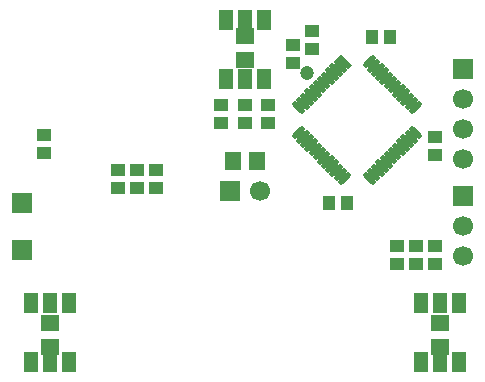
<source format=gts>
G04 (created by PCBNEW (2013-07-07 BZR 4022)-stable) date 24/01/2015 20:57:03*
%MOIN*%
G04 Gerber Fmt 3.4, Leading zero omitted, Abs format*
%FSLAX34Y34*%
G01*
G70*
G90*
G04 APERTURE LIST*
%ADD10C,0.00590551*%
%ADD11C,0.047274*%
%ADD12R,0.047874X0.042874*%
%ADD13C,0.019674*%
%ADD14R,0.0511811X0.0708661*%
%ADD15R,0.062874X0.052874*%
%ADD16R,0.0669291X0.0669291*%
%ADD17C,0.0669291*%
%ADD18R,0.052874X0.062874*%
%ADD19R,0.042874X0.047874*%
G04 APERTURE END LIST*
G54D10*
G54D11*
X68818Y-46062D03*
G54D12*
X73070Y-52425D03*
X73070Y-51825D03*
X62519Y-49906D03*
X62519Y-49306D03*
X63779Y-49906D03*
X63779Y-49306D03*
X63149Y-49906D03*
X63149Y-49306D03*
X67519Y-47140D03*
X67519Y-47740D03*
X65944Y-47140D03*
X65944Y-47740D03*
X66732Y-47140D03*
X66732Y-47740D03*
X71811Y-52425D03*
X71811Y-51825D03*
X60039Y-48125D03*
X60039Y-48725D03*
X72440Y-52425D03*
X72440Y-51825D03*
G54D10*
G36*
X69790Y-45563D02*
X69930Y-45424D01*
X70319Y-45814D01*
X70180Y-45953D01*
X69790Y-45563D01*
X69790Y-45563D01*
G37*
G54D13*
X69791Y-45702D02*
X70041Y-45952D01*
X69652Y-45841D02*
X69902Y-46092D01*
X69512Y-45981D02*
X69763Y-46231D01*
X69373Y-46120D02*
X69623Y-46370D01*
X69234Y-46259D02*
X69484Y-46509D01*
X69094Y-46398D02*
X69345Y-46649D01*
X68955Y-46538D02*
X69206Y-46788D01*
X68817Y-46676D02*
X69067Y-46927D01*
X68677Y-46816D02*
X68928Y-47066D01*
X68538Y-46955D02*
X68788Y-47205D01*
X68398Y-47094D02*
X68648Y-47344D01*
X68399Y-48181D02*
X68650Y-47931D01*
X68538Y-48320D02*
X68788Y-48069D01*
X68677Y-48459D02*
X68928Y-48209D01*
X68817Y-48598D02*
X69067Y-48348D01*
X68956Y-48738D02*
X69206Y-48487D01*
X69095Y-48877D02*
X69346Y-48627D01*
X69235Y-49016D02*
X69485Y-48766D01*
X69373Y-49155D02*
X69623Y-48904D01*
X69512Y-49294D02*
X69763Y-49044D01*
X69652Y-49433D02*
X69902Y-49183D01*
X69790Y-49572D02*
X70041Y-49322D01*
X69930Y-49711D02*
X70180Y-49461D01*
X70765Y-49462D02*
X71015Y-49712D01*
X70904Y-49322D02*
X71154Y-49573D01*
X71043Y-49183D02*
X71294Y-49433D01*
X71183Y-49044D02*
X71433Y-49294D01*
X71322Y-48904D02*
X71572Y-49155D01*
X71461Y-48765D02*
X71711Y-49015D01*
X71600Y-48626D02*
X71851Y-48876D01*
X71739Y-48487D02*
X71989Y-48738D01*
X71878Y-48348D02*
X72129Y-48598D01*
X72018Y-48209D02*
X72268Y-48459D01*
X72157Y-48069D02*
X72407Y-48320D01*
X72296Y-47930D02*
X72547Y-48180D01*
X72296Y-47345D02*
X72546Y-47095D01*
X72156Y-47206D02*
X72407Y-46956D01*
X72017Y-47067D02*
X72267Y-46816D01*
X71878Y-46927D02*
X72128Y-46677D01*
X71738Y-46788D02*
X71989Y-46538D01*
X71599Y-46649D02*
X71849Y-46398D01*
X71460Y-46510D02*
X71711Y-46260D01*
X71321Y-46371D02*
X71571Y-46121D01*
X71182Y-46232D02*
X71432Y-45981D01*
X71043Y-46092D02*
X71293Y-45842D01*
X70903Y-45953D02*
X71154Y-45703D01*
X70764Y-45814D02*
X71014Y-45563D01*
G54D14*
X73858Y-55708D03*
X73228Y-55708D03*
X72598Y-55708D03*
X73858Y-53740D03*
X73228Y-53740D03*
X72598Y-53740D03*
X66102Y-44291D03*
X66732Y-44291D03*
X67362Y-44291D03*
X66102Y-46259D03*
X66732Y-46259D03*
X67362Y-46259D03*
X60866Y-55708D03*
X60236Y-55708D03*
X59606Y-55708D03*
X60866Y-53740D03*
X60236Y-53740D03*
X59606Y-53740D03*
G54D15*
X73228Y-54383D03*
X73228Y-55183D03*
X66732Y-45616D03*
X66732Y-44816D03*
X60236Y-54383D03*
X60236Y-55183D03*
G54D16*
X74015Y-45940D03*
G54D17*
X74015Y-46940D03*
X74015Y-47940D03*
X74015Y-48940D03*
G54D16*
X74015Y-50181D03*
G54D17*
X74015Y-51181D03*
X74015Y-52181D03*
G54D16*
X66232Y-50000D03*
G54D17*
X67232Y-50000D03*
G54D16*
X59291Y-50393D03*
X59291Y-51968D03*
G54D18*
X66332Y-49015D03*
X67132Y-49015D03*
G54D19*
X70959Y-44881D03*
X71559Y-44881D03*
G54D12*
X68976Y-45260D03*
X68976Y-44660D03*
X73070Y-48203D03*
X73070Y-48803D03*
X68346Y-45733D03*
X68346Y-45133D03*
G54D19*
X70142Y-50393D03*
X69542Y-50393D03*
M02*

</source>
